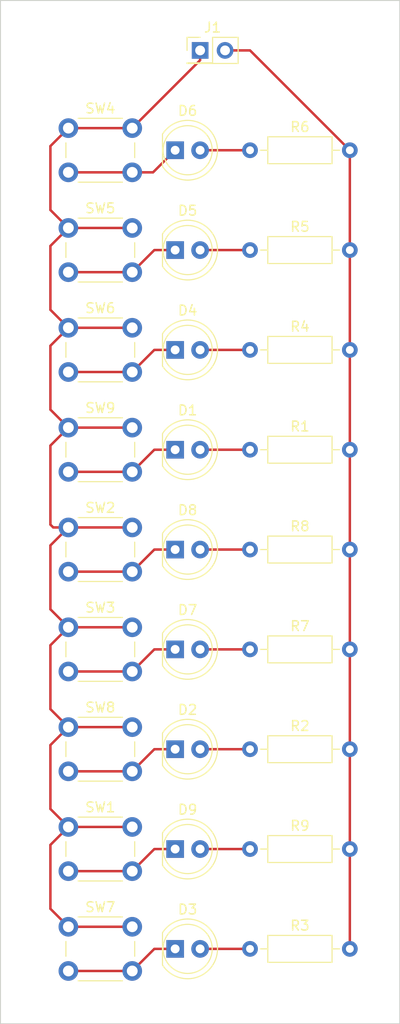
<source format=kicad_pcb>
(kicad_pcb (version 20221018) (generator pcbnew)
  (layers (0 "F.Cu" signal) (31 "B.Cu" signal) (34 "B.Paste" user) (35 "F.Paste" user) (36 "B.SilkS" user "B.Silkscreen") (37 "F.SilkS" user "F.Silkscreen") (38 "B.Mask" user) (39 "F.Mask" user) (44 "Edge.Cuts" user))
  (net 0 "")
  (net 1 "Net-(D1-K)")
  (net 2 "Net-(D1-A)")
  (net 3 "Net-(D2-K)")
  (net 4 "Net-(D2-A)")
  (net 5 "Net-(D3-K)")
  (net 6 "Net-(D3-A)")
  (net 7 "Net-(D4-K)")
  (net 8 "Net-(D4-A)")
  (net 9 "Net-(D5-K)")
  (net 10 "Net-(D5-A)")
  (net 11 "Net-(D6-K)")
  (net 12 "Net-(D6-A)")
  (net 13 "Net-(D7-K)")
  (net 14 "Net-(D7-A)")
  (net 15 "Net-(D8-K)")
  (net 16 "Net-(D8-A)")
  (net 17 "Net-(D9-K)")
  (net 18 "Net-(D9-A)")
  (net 19 "Net-(J1-Pin_1)")
  (net 20 "Net-(J1-Pin_2)")
  (footprint "Button_Switch_THT:SW_PUSH_6mm" (layer "F.Cu") (at 161.85 35.85)
    (fp_text reference "SW4" (at 3.25 -2) (layer "F.SilkS"))
    (fp_text value "SW_Push")
    (fp_line (start -0.25 1.5) (end -0.25 3) (stroke (width 0.12)) (layer "F.SilkS"))
    (fp_line (start 1 5.5) (end 5.5 5.5) (stroke (width 0.12)) (layer "F.SilkS"))
    (fp_line (start 5.5 -1) (end 1 -1) (stroke (width 0.12)) (layer "F.SilkS"))
    (fp_line (start 6.75 3) (end 6.75 1.5) (stroke (width 0.12)) (layer "F.SilkS"))
    (pad "1" thru_hole circle (at 0 0 90) (size 2 2) (drill 1.1) (layers "*.Cu" "*.Mask") (net 19 "Net-(J1-Pin_1)"))
    (pad "1" thru_hole circle (at 6.5 0 90) (size 2 2) (drill 1.1) (layers "*.Cu" "*.Mask") (net 19 "Net-(J1-Pin_1)"))
    (pad "2" thru_hole circle (at 0 4.5 90) (size 2 2) (drill 1.1) (layers "*.Cu" "*.Mask") (net 11 "Net-(D6-K)"))
    (pad "2" thru_hole circle (at 6.5 4.5 90) (size 2 2) (drill 1.1) (layers "*.Cu" "*.Mask") (net 11 "Net-(D6-K)"))
  )
  (footprint "Button_Switch_THT:SW_PUSH_6mm" (layer "F.Cu") (at 161.85 46.01)
    (fp_text reference "SW5" (at 3.25 -2) (layer "F.SilkS"))
    (fp_text value "SW_Push")
    (fp_line (start -0.25 1.5) (end -0.25 3) (stroke (width 0.12)) (layer "F.SilkS"))
    (fp_line (start 1 5.5) (end 5.5 5.5) (stroke (width 0.12)) (layer "F.SilkS"))
    (fp_line (start 5.5 -1) (end 1 -1) (stroke (width 0.12)) (layer "F.SilkS"))
    (fp_line (start 6.75 3) (end 6.75 1.5) (stroke (width 0.12)) (layer "F.SilkS"))
    (pad "1" thru_hole circle (at 0 0 90) (size 2 2) (drill 1.1) (layers "*.Cu" "*.Mask") (net 19 "Net-(J1-Pin_1)"))
    (pad "1" thru_hole circle (at 6.5 0 90) (size 2 2) (drill 1.1) (layers "*.Cu" "*.Mask") (net 19 "Net-(J1-Pin_1)"))
    (pad "2" thru_hole circle (at 0 4.5 90) (size 2 2) (drill 1.1) (layers "*.Cu" "*.Mask") (net 9 "Net-(D5-K)"))
    (pad "2" thru_hole circle (at 6.5 4.5 90) (size 2 2) (drill 1.1) (layers "*.Cu" "*.Mask") (net 9 "Net-(D5-K)"))
  )
  (footprint "Resistor_THT:R_Axial_DIN0207_L6.3mm_D2.5mm_P10.16mm_Horizontal" (layer "F.Cu") (at 180.34 88.9)
    (fp_text reference "R7" (at 5.08 -2.37) (layer "F.SilkS"))
    (fp_text value "R")
    (fp_line (start 1.04 0) (end 1.81 0) (stroke (width 0.12)) (layer "F.SilkS"))
    (fp_line (start 1.81 -1.37) (end 1.81 1.37) (stroke (width 0.12)) (layer "F.SilkS"))
    (fp_line (start 1.81 1.37) (end 8.35 1.37) (stroke (width 0.12)) (layer "F.SilkS"))
    (fp_line (start 8.35 -1.37) (end 1.81 -1.37) (stroke (width 0.12)) (layer "F.SilkS"))
    (fp_line (start 8.35 1.37) (end 8.35 -1.37) (stroke (width 0.12)) (layer "F.SilkS"))
    (fp_line (start 9.12 0) (end 8.35 0) (stroke (width 0.12)) (layer "F.SilkS"))
    (pad "1" thru_hole circle (at 0 0) (size 1.6 1.6) (drill 0.8) (layers "*.Cu" "*.Mask") (net 14 "Net-(D7-A)"))
    (pad "2" thru_hole oval (at 10.16 0) (size 1.6 1.6) (drill 0.8) (layers "*.Cu" "*.Mask") (net 20 "Net-(J1-Pin_2)"))
  )
  (footprint "LED_THT:LED_D5.0mm_FlatTop" (layer "F.Cu") (at 172.72 48.26)
    (fp_text reference "D5" (at 1.27 -4.01) (layer "F.SilkS"))
    (fp_text value "LED")
    (fp_line (start -1.29 -1.64) (end -1.29 1.64) (stroke (width 0.12)) (layer "F.SilkS"))
    (fp_arc (start -1.29 -1.639512) (mid 2.125106 -2.917258) (end 4.309999 0.001958) (stroke (width 0.12)) (layer "F.SilkS"))
    (fp_arc (start 4.309999 -0.001958) (mid 2.125106 2.917258) (end -1.29 1.639512) (stroke (width 0.12)) (layer "F.SilkS"))
    (fp_circle (center 1.27 0) (end 3.77 0) (stroke (width 0.12)) (fill none) (layer "F.SilkS"))
    (pad "1" thru_hole rect (at 0 0) (size 1.8 1.8) (drill 0.9) (layers "*.Cu" "*.Mask") (net 9 "Net-(D5-K)"))
    (pad "2" thru_hole circle (at 2.54 0) (size 1.8 1.8) (drill 0.9) (layers "*.Cu" "*.Mask") (net 10 "Net-(D5-A)"))
  )
  (footprint "Resistor_THT:R_Axial_DIN0207_L6.3mm_D2.5mm_P10.16mm_Horizontal" (layer "F.Cu") (at 180.34 99.06)
    (fp_text reference "R2" (at 5.08 -2.37) (layer "F.SilkS"))
    (fp_text value "R")
    (fp_line (start 1.04 0) (end 1.81 0) (stroke (width 0.12)) (layer "F.SilkS"))
    (fp_line (start 1.81 -1.37) (end 1.81 1.37) (stroke (width 0.12)) (layer "F.SilkS"))
    (fp_line (start 1.81 1.37) (end 8.35 1.37) (stroke (width 0.12)) (layer "F.SilkS"))
    (fp_line (start 8.35 -1.37) (end 1.81 -1.37) (stroke (width 0.12)) (layer "F.SilkS"))
    (fp_line (start 8.35 1.37) (end 8.35 -1.37) (stroke (width 0.12)) (layer "F.SilkS"))
    (fp_line (start 9.12 0) (end 8.35 0) (stroke (width 0.12)) (layer "F.SilkS"))
    (pad "1" thru_hole circle (at 0 0) (size 1.6 1.6) (drill 0.8) (layers "*.Cu" "*.Mask") (net 4 "Net-(D2-A)"))
    (pad "2" thru_hole oval (at 10.16 0) (size 1.6 1.6) (drill 0.8) (layers "*.Cu" "*.Mask") (net 20 "Net-(J1-Pin_2)"))
  )
  (footprint "Resistor_THT:R_Axial_DIN0207_L6.3mm_D2.5mm_P10.16mm_Horizontal" (layer "F.Cu") (at 180.34 119.38)
    (fp_text reference "R3" (at 5.08 -2.37) (layer "F.SilkS"))
    (fp_text value "R")
    (fp_line (start 1.04 0) (end 1.81 0) (stroke (width 0.12)) (layer "F.SilkS"))
    (fp_line (start 1.81 -1.37) (end 1.81 1.37) (stroke (width 0.12)) (layer "F.SilkS"))
    (fp_line (start 1.81 1.37) (end 8.35 1.37) (stroke (width 0.12)) (layer "F.SilkS"))
    (fp_line (start 8.35 -1.37) (end 1.81 -1.37) (stroke (width 0.12)) (layer "F.SilkS"))
    (fp_line (start 8.35 1.37) (end 8.35 -1.37) (stroke (width 0.12)) (layer "F.SilkS"))
    (fp_line (start 9.12 0) (end 8.35 0) (stroke (width 0.12)) (layer "F.SilkS"))
    (pad "1" thru_hole circle (at 0 0) (size 1.6 1.6) (drill 0.8) (layers "*.Cu" "*.Mask") (net 6 "Net-(D3-A)"))
    (pad "2" thru_hole oval (at 10.16 0) (size 1.6 1.6) (drill 0.8) (layers "*.Cu" "*.Mask") (net 20 "Net-(J1-Pin_2)"))
  )
  (footprint "LED_THT:LED_D5.0mm_FlatTop" (layer "F.Cu") (at 172.72 68.58)
    (fp_text reference "D1" (at 1.27 -4.01) (layer "F.SilkS"))
    (fp_text value "LED")
    (fp_line (start -1.29 -1.64) (end -1.29 1.64) (stroke (width 0.12)) (layer "F.SilkS"))
    (fp_arc (start -1.29 -1.639512) (mid 2.125106 -2.917258) (end 4.309999 0.001958) (stroke (width 0.12)) (layer "F.SilkS"))
    (fp_arc (start 4.309999 -0.001958) (mid 2.125106 2.917258) (end -1.29 1.639512) (stroke (width 0.12)) (layer "F.SilkS"))
    (fp_circle (center 1.27 0) (end 3.77 0) (stroke (width 0.12)) (fill none) (layer "F.SilkS"))
    (pad "1" thru_hole rect (at 0 0) (size 1.8 1.8) (drill 0.9) (layers "*.Cu" "*.Mask") (net 1 "Net-(D1-K)"))
    (pad "2" thru_hole circle (at 2.54 0) (size 1.8 1.8) (drill 0.9) (layers "*.Cu" "*.Mask") (net 2 "Net-(D1-A)"))
  )
  (footprint "LED_THT:LED_D5.0mm_FlatTop" (layer "F.Cu") (at 172.72 109.22)
    (fp_text reference "D9" (at 1.27 -4.01) (layer "F.SilkS"))
    (fp_text value "LED")
    (fp_line (start -1.29 -1.64) (end -1.29 1.64) (stroke (width 0.12)) (layer "F.SilkS"))
    (fp_arc (start -1.29 -1.639512) (mid 2.125106 -2.917258) (end 4.309999 0.001958) (stroke (width 0.12)) (layer "F.SilkS"))
    (fp_arc (start 4.309999 -0.001958) (mid 2.125106 2.917258) (end -1.29 1.639512) (stroke (width 0.12)) (layer "F.SilkS"))
    (fp_circle (center 1.27 0) (end 3.77 0) (stroke (width 0.12)) (fill none) (layer "F.SilkS"))
    (pad "1" thru_hole rect (at 0 0) (size 1.8 1.8) (drill 0.9) (layers "*.Cu" "*.Mask") (net 17 "Net-(D9-K)"))
    (pad "2" thru_hole circle (at 2.54 0) (size 1.8 1.8) (drill 0.9) (layers "*.Cu" "*.Mask") (net 18 "Net-(D9-A)"))
  )
  (footprint "Connector_PinHeader_2.54mm:PinHeader_2x01_P2.54mm_Vertical" (layer "F.Cu") (at 175.26 27.94)
    (fp_text reference "J1" (at 1.27 -2.33) (layer "F.SilkS"))
    (fp_text value "Conn_01x02_Pin")
    (fp_line (start -1.33 -1.33) (end 0 -1.33) (stroke (width 0.12)) (layer "F.SilkS"))
    (fp_line (start -1.33 0) (end -1.33 -1.33) (stroke (width 0.12)) (layer "F.SilkS"))
    (fp_line (start -1.33 1.27) (end -1.33 1.33) (stroke (width 0.12)) (layer "F.SilkS"))
    (fp_line (start -1.33 1.27) (end 1.27 1.27) (stroke (width 0.12)) (layer "F.SilkS"))
    (fp_line (start -1.33 1.33) (end 3.87 1.33) (stroke (width 0.12)) (layer "F.SilkS"))
    (fp_line (start 1.27 -1.33) (end 3.87 -1.33) (stroke (width 0.12)) (layer "F.SilkS"))
    (fp_line (start 1.27 1.27) (end 1.27 -1.33) (stroke (width 0.12)) (layer "F.SilkS"))
    (fp_line (start 3.87 -1.33) (end 3.87 1.33) (stroke (width 0.12)) (layer "F.SilkS"))
    (pad "1" thru_hole rect (at 0 0) (size 1.7 1.7) (drill 1) (layers "*.Cu" "*.Mask") (net 19 "Net-(J1-Pin_1)"))
    (pad "2" thru_hole oval (at 2.54 0) (size 1.7 1.7) (drill 1) (layers "*.Cu" "*.Mask") (net 20 "Net-(J1-Pin_2)"))
  )
  (footprint "Resistor_THT:R_Axial_DIN0207_L6.3mm_D2.5mm_P10.16mm_Horizontal" (layer "F.Cu") (at 180.34 78.74)
    (fp_text reference "R8" (at 5.08 -2.37) (layer "F.SilkS"))
    (fp_text value "R")
    (fp_line (start 1.04 0) (end 1.81 0) (stroke (width 0.12)) (layer "F.SilkS"))
    (fp_line (start 1.81 -1.37) (end 1.81 1.37) (stroke (width 0.12)) (layer "F.SilkS"))
    (fp_line (start 1.81 1.37) (end 8.35 1.37) (stroke (width 0.12)) (layer "F.SilkS"))
    (fp_line (start 8.35 -1.37) (end 1.81 -1.37) (stroke (width 0.12)) (layer "F.SilkS"))
    (fp_line (start 8.35 1.37) (end 8.35 -1.37) (stroke (width 0.12)) (layer "F.SilkS"))
    (fp_line (start 9.12 0) (end 8.35 0) (stroke (width 0.12)) (layer "F.SilkS"))
    (pad "1" thru_hole circle (at 0 0) (size 1.6 1.6) (drill 0.8) (layers "*.Cu" "*.Mask") (net 16 "Net-(D8-A)"))
    (pad "2" thru_hole oval (at 10.16 0) (size 1.6 1.6) (drill 0.8) (layers "*.Cu" "*.Mask") (net 20 "Net-(J1-Pin_2)"))
  )
  (footprint "Button_Switch_THT:SW_PUSH_6mm" (layer "F.Cu") (at 161.85 66.33)
    (fp_text reference "SW9" (at 3.25 -2) (layer "F.SilkS"))
    (fp_text value "SW_Push")
    (fp_line (start -0.25 1.5) (end -0.25 3) (stroke (width 0.12)) (layer "F.SilkS"))
    (fp_line (start 1 5.5) (end 5.5 5.5) (stroke (width 0.12)) (layer "F.SilkS"))
    (fp_line (start 5.5 -1) (end 1 -1) (stroke (width 0.12)) (layer "F.SilkS"))
    (fp_line (start 6.75 3) (end 6.75 1.5) (stroke (width 0.12)) (layer "F.SilkS"))
    (pad "1" thru_hole circle (at 0 0 90) (size 2 2) (drill 1.1) (layers "*.Cu" "*.Mask") (net 19 "Net-(J1-Pin_1)"))
    (pad "1" thru_hole circle (at 6.5 0 90) (size 2 2) (drill 1.1) (layers "*.Cu" "*.Mask") (net 19 "Net-(J1-Pin_1)"))
    (pad "2" thru_hole circle (at 0 4.5 90) (size 2 2) (drill 1.1) (layers "*.Cu" "*.Mask") (net 1 "Net-(D1-K)"))
    (pad "2" thru_hole circle (at 6.5 4.5 90) (size 2 2) (drill 1.1) (layers "*.Cu" "*.Mask") (net 1 "Net-(D1-K)"))
  )
  (footprint "LED_THT:LED_D5.0mm_FlatTop" (layer "F.Cu") (at 172.72 88.9)
    (fp_text reference "D7" (at 1.27 -4.01) (layer "F.SilkS"))
    (fp_text value "LED")
    (fp_line (start -1.29 -1.64) (end -1.29 1.64) (stroke (width 0.12)) (layer "F.SilkS"))
    (fp_arc (start -1.29 -1.639512) (mid 2.125106 -2.917258) (end 4.309999 0.001958) (stroke (width 0.12)) (layer "F.SilkS"))
    (fp_arc (start 4.309999 -0.001958) (mid 2.125106 2.917258) (end -1.29 1.639512) (stroke (width 0.12)) (layer "F.SilkS"))
    (fp_circle (center 1.27 0) (end 3.77 0) (stroke (width 0.12)) (fill none) (layer "F.SilkS"))
    (pad "1" thru_hole rect (at 0 0) (size 1.8 1.8) (drill 0.9) (layers "*.Cu" "*.Mask") (net 13 "Net-(D7-K)"))
    (pad "2" thru_hole circle (at 2.54 0) (size 1.8 1.8) (drill 0.9) (layers "*.Cu" "*.Mask") (net 14 "Net-(D7-A)"))
  )
  (footprint "LED_THT:LED_D5.0mm_FlatTop" (layer "F.Cu") (at 172.72 38.1)
    (fp_text reference "D6" (at 1.27 -4.01) (layer "F.SilkS"))
    (fp_text value "LED")
    (fp_line (start -1.29 -1.64) (end -1.29 1.64) (stroke (width 0.12)) (layer "F.SilkS"))
    (fp_arc (start -1.29 -1.639512) (mid 2.125106 -2.917258) (end 4.309999 0.001958) (stroke (width 0.12)) (layer "F.SilkS"))
    (fp_arc (start 4.309999 -0.001958) (mid 2.125106 2.917258) (end -1.29 1.639512) (stroke (width 0.12)) (layer "F.SilkS"))
    (fp_circle (center 1.27 0) (end 3.77 0) (stroke (width 0.12)) (fill none) (layer "F.SilkS"))
    (pad "1" thru_hole rect (at 0 0) (size 1.8 1.8) (drill 0.9) (layers "*.Cu" "*.Mask") (net 11 "Net-(D6-K)"))
    (pad "2" thru_hole circle (at 2.54 0) (size 1.8 1.8) (drill 0.9) (layers "*.Cu" "*.Mask") (net 12 "Net-(D6-A)"))
  )
  (footprint "LED_THT:LED_D5.0mm_FlatTop" (layer "F.Cu") (at 172.72 78.74)
    (fp_text reference "D8" (at 1.27 -4.01) (layer "F.SilkS"))
    (fp_text value "LED")
    (fp_line (start -1.29 -1.64) (end -1.29 1.64) (stroke (width 0.12)) (layer "F.SilkS"))
    (fp_arc (start -1.29 -1.639512) (mid 2.125106 -2.917258) (end 4.309999 0.001958) (stroke (width 0.12)) (layer "F.SilkS"))
    (fp_arc (start 4.309999 -0.001958) (mid 2.125106 2.917258) (end -1.29 1.639512) (stroke (width 0.12)) (layer "F.SilkS"))
    (fp_circle (center 1.27 0) (end 3.77 0) (stroke (width 0.12)) (fill none) (layer "F.SilkS"))
    (pad "1" thru_hole rect (at 0 0) (size 1.8 1.8) (drill 0.9) (layers "*.Cu" "*.Mask") (net 15 "Net-(D8-K)"))
    (pad "2" thru_hole circle (at 2.54 0) (size 1.8 1.8) (drill 0.9) (layers "*.Cu" "*.Mask") (net 16 "Net-(D8-A)"))
  )
  (footprint "LED_THT:LED_D5.0mm_FlatTop" (layer "F.Cu") (at 172.72 119.38)
    (fp_text reference "D3" (at 1.27 -4.01) (layer "F.SilkS"))
    (fp_text value "LED")
    (fp_line (start -1.29 -1.64) (end -1.29 1.64) (stroke (width 0.12)) (layer "F.SilkS"))
    (fp_arc (start -1.29 -1.639512) (mid 2.125106 -2.917258) (end 4.309999 0.001958) (stroke (width 0.12)) (layer "F.SilkS"))
    (fp_arc (start 4.309999 -0.001958) (mid 2.125106 2.917258) (end -1.29 1.639512) (stroke (width 0.12)) (layer "F.SilkS"))
    (fp_circle (center 1.27 0) (end 3.77 0) (stroke (width 0.12)) (fill none) (layer "F.SilkS"))
    (pad "1" thru_hole rect (at 0 0) (size 1.8 1.8) (drill 0.9) (layers "*.Cu" "*.Mask") (net 5 "Net-(D3-K)"))
    (pad "2" thru_hole circle (at 2.54 0) (size 1.8 1.8) (drill 0.9) (layers "*.Cu" "*.Mask") (net 6 "Net-(D3-A)"))
  )
  (footprint "Resistor_THT:R_Axial_DIN0207_L6.3mm_D2.5mm_P10.16mm_Horizontal" (layer "F.Cu") (at 180.34 109.22)
    (fp_text reference "R9" (at 5.08 -2.37) (layer "F.SilkS"))
    (fp_text value "R")
    (fp_line (start 1.04 0) (end 1.81 0) (stroke (width 0.12)) (layer "F.SilkS"))
    (fp_line (start 1.81 -1.37) (end 1.81 1.37) (stroke (width 0.12)) (layer "F.SilkS"))
    (fp_line (start 1.81 1.37) (end 8.35 1.37) (stroke (width 0.12)) (layer "F.SilkS"))
    (fp_line (start 8.35 -1.37) (end 1.81 -1.37) (stroke (width 0.12)) (layer "F.SilkS"))
    (fp_line (start 8.35 1.37) (end 8.35 -1.37) (stroke (width 0.12)) (layer "F.SilkS"))
    (fp_line (start 9.12 0) (end 8.35 0) (stroke (width 0.12)) (layer "F.SilkS"))
    (pad "1" thru_hole circle (at 0 0) (size 1.6 1.6) (drill 0.8) (layers "*.Cu" "*.Mask") (net 18 "Net-(D9-A)"))
    (pad "2" thru_hole oval (at 10.16 0) (size 1.6 1.6) (drill 0.8) (layers "*.Cu" "*.Mask") (net 20 "Net-(J1-Pin_2)"))
  )
  (footprint "Button_Switch_THT:SW_PUSH_6mm" (layer "F.Cu") (at 161.85 86.65)
    (fp_text reference "SW3" (at 3.25 -2) (layer "F.SilkS"))
    (fp_text value "SW_Push")
    (fp_line (start -0.25 1.5) (end -0.25 3) (stroke (width 0.12)) (layer "F.SilkS"))
    (fp_line (start 1 5.5) (end 5.5 5.5) (stroke (width 0.12)) (layer "F.SilkS"))
    (fp_line (start 5.5 -1) (end 1 -1) (stroke (width 0.12)) (layer "F.SilkS"))
    (fp_line (start 6.75 3) (end 6.75 1.5) (stroke (width 0.12)) (layer "F.SilkS"))
    (pad "1" thru_hole circle (at 0 0 90) (size 2 2) (drill 1.1) (layers "*.Cu" "*.Mask") (net 19 "Net-(J1-Pin_1)"))
    (pad "1" thru_hole circle (at 6.5 0 90) (size 2 2) (drill 1.1) (layers "*.Cu" "*.Mask") (net 19 "Net-(J1-Pin_1)"))
    (pad "2" thru_hole circle (at 0 4.5 90) (size 2 2) (drill 1.1) (layers "*.Cu" "*.Mask") (net 13 "Net-(D7-K)"))
    (pad "2" thru_hole circle (at 6.5 4.5 90) (size 2 2) (drill 1.1) (layers "*.Cu" "*.Mask") (net 13 "Net-(D7-K)"))
  )
  (footprint "Button_Switch_THT:SW_PUSH_6mm" (layer "F.Cu") (at 161.85 56.17)
    (fp_text reference "SW6" (at 3.25 -2) (layer "F.SilkS"))
    (fp_text value "SW_Push")
    (fp_line (start -0.25 1.5) (end -0.25 3) (stroke (width 0.12)) (layer "F.SilkS"))
    (fp_line (start 1 5.5) (end 5.5 5.5) (stroke (width 0.12)) (layer "F.SilkS"))
    (fp_line (start 5.5 -1) (end 1 -1) (stroke (width 0.12)) (layer "F.SilkS"))
    (fp_line (start 6.75 3) (end 6.75 1.5) (stroke (width 0.12)) (layer "F.SilkS"))
    (pad "1" thru_hole circle (at 0 0 90) (size 2 2) (drill 1.1) (layers "*.Cu" "*.Mask") (net 19 "Net-(J1-Pin_1)"))
    (pad "1" thru_hole circle (at 6.5 0 90) (size 2 2) (drill 1.1) (layers "*.Cu" "*.Mask") (net 19 "Net-(J1-Pin_1)"))
    (pad "2" thru_hole circle (at 0 4.5 90) (size 2 2) (drill 1.1) (layers "*.Cu" "*.Mask") (net 7 "Net-(D4-K)"))
    (pad "2" thru_hole circle (at 6.5 4.5 90) (size 2 2) (drill 1.1) (layers "*.Cu" "*.Mask") (net 7 "Net-(D4-K)"))
  )
  (footprint "Resistor_THT:R_Axial_DIN0207_L6.3mm_D2.5mm_P10.16mm_Horizontal" (layer "F.Cu") (at 180.34 38.1)
    (fp_text reference "R6" (at 5.08 -2.37) (layer "F.SilkS"))
    (fp_text value "R")
    (fp_line (start 1.04 0) (end 1.81 0) (stroke (width 0.12)) (layer "F.SilkS"))
    (fp_line (start 1.81 -1.37) (end 1.81 1.37) (stroke (width 0.12)) (layer "F.SilkS"))
    (fp_line (start 1.81 1.37) (end 8.35 1.37) (stroke (width 0.12)) (layer "F.SilkS"))
    (fp_line (start 8.35 -1.37) (end 1.81 -1.37) (stroke (width 0.12)) (layer "F.SilkS"))
    (fp_line (start 8.35 1.37) (end 8.35 -1.37) (stroke (width 0.12)) (layer "F.SilkS"))
    (fp_line (start 9.12 0) (end 8.35 0) (stroke (width 0.12)) (layer "F.SilkS"))
    (pad "1" thru_hole circle (at 0 0) (size 1.6 1.6) (drill 0.8) (layers "*.Cu" "*.Mask") (net 12 "Net-(D6-A)"))
    (pad "2" thru_hole oval (at 10.16 0) (size 1.6 1.6) (drill 0.8) (layers "*.Cu" "*.Mask") (net 20 "Net-(J1-Pin_2)"))
  )
  (footprint "Button_Switch_THT:SW_PUSH_6mm" (layer "F.Cu") (at 161.85 117.13)
    (fp_text reference "SW7" (at 3.25 -2) (layer "F.SilkS"))
    (fp_text value "SW_Push")
    (fp_line (start -0.25 1.5) (end -0.25 3) (stroke (width 0.12)) (layer "F.SilkS"))
    (fp_line (start 1 5.5) (end 5.5 5.5) (stroke (width 0.12)) (layer "F.SilkS"))
    (fp_line (start 5.5 -1) (end 1 -1) (stroke (width 0.12)) (layer "F.SilkS"))
    (fp_line (start 6.75 3) (end 6.75 1.5) (stroke (width 0.12)) (layer "F.SilkS"))
    (pad "1" thru_hole circle (at 0 0 90) (size 2 2) (drill 1.1) (layers "*.Cu" "*.Mask") (net 19 "Net-(J1-Pin_1)"))
    (pad "1" thru_hole circle (at 6.5 0 90) (size 2 2) (drill 1.1) (layers "*.Cu" "*.Mask") (net 19 "Net-(J1-Pin_1)"))
    (pad "2" thru_hole circle (at 0 4.5 90) (size 2 2) (drill 1.1) (layers "*.Cu" "*.Mask") (net 5 "Net-(D3-K)"))
    (pad "2" thru_hole circle (at 6.5 4.5 90) (size 2 2) (drill 1.1) (layers "*.Cu" "*.Mask") (net 5 "Net-(D3-K)"))
  )
  (footprint "LED_THT:LED_D5.0mm_FlatTop" (layer "F.Cu") (at 172.72 58.42)
    (fp_text reference "D4" (at 1.27 -4.01) (layer "F.SilkS"))
    (fp_text value "LED")
    (fp_line (start -1.29 -1.64) (end -1.29 1.64) (stroke (width 0.12)) (layer "F.SilkS"))
    (fp_arc (start -1.29 -1.639512) (mid 2.125106 -2.917258) (end 4.309999 0.001958) (stroke (width 0.12)) (layer "F.SilkS"))
    (fp_arc (start 4.309999 -0.001958) (mid 2.125106 2.917258) (end -1.29 1.639512) (stroke (width 0.12)) (layer "F.SilkS"))
    (fp_circle (center 1.27 0) (end 3.77 0) (stroke (width 0.12)) (fill none) (layer "F.SilkS"))
    (pad "1" thru_hole rect (at 0 0) (size 1.8 1.8) (drill 0.9) (layers "*.Cu" "*.Mask") (net 7 "Net-(D4-K)"))
    (pad "2" thru_hole circle (at 2.54 0) (size 1.8 1.8) (drill 0.9) (layers "*.Cu" "*.Mask") (net 8 "Net-(D4-A)"))
  )
  (footprint "Button_Switch_THT:SW_PUSH_6mm" (layer "F.Cu") (at 161.85 96.81)
    (fp_text reference "SW8" (at 3.25 -2) (layer "F.SilkS"))
    (fp_text value "SW_Push")
    (fp_line (start -0.25 1.5) (end -0.25 3) (stroke (width 0.12)) (layer "F.SilkS"))
    (fp_line (start 1 5.5) (end 5.5 5.5) (stroke (width 0.12)) (layer "F.SilkS"))
    (fp_line (start 5.5 -1) (end 1 -1) (stroke (width 0.12)) (layer "F.SilkS"))
    (fp_line (start 6.75 3) (end 6.75 1.5) (stroke (width 0.12)) (layer "F.SilkS"))
    (pad "1" thru_hole circle (at 0 0 90) (size 2 2) (drill 1.1) (layers "*.Cu" "*.Mask") (net 19 "Net-(J1-Pin_1)"))
    (pad "1" thru_hole circle (at 6.5 0 90) (size 2 2) (drill 1.1) (layers "*.Cu" "*.Mask") (net 19 "Net-(J1-Pin_1)"))
    (pad "2" thru_hole circle (at 0 4.5 90) (size 2 2) (drill 1.1) (layers "*.Cu" "*.Mask") (net 3 "Net-(D2-K)"))
    (pad "2" thru_hole circle (at 6.5 4.5 90) (size 2 2) (drill 1.1) (layers "*.Cu" "*.Mask") (net 3 "Net-(D2-K)"))
  )
  (footprint "Resistor_THT:R_Axial_DIN0207_L6.3mm_D2.5mm_P10.16mm_Horizontal" (layer "F.Cu") (at 180.34 48.26)
    (fp_text reference "R5" (at 5.08 -2.37) (layer "F.SilkS"))
    (fp_text value "R")
    (fp_line (start 1.04 0) (end 1.81 0) (stroke (width 0.12)) (layer "F.SilkS"))
    (fp_line (start 1.81 -1.37) (end 1.81 1.37) (stroke (width 0.12)) (layer "F.SilkS"))
    (fp_line (start 1.81 1.37) (end 8.35 1.37) (stroke (width 0.12)) (layer "F.SilkS"))
    (fp_line (start 8.35 -1.37) (end 1.81 -1.37) (stroke (width 0.12)) (layer "F.SilkS"))
    (fp_line (start 8.35 1.37) (end 8.35 -1.37) (stroke (width 0.12)) (layer "F.SilkS"))
    (fp_line (start 9.12 0) (end 8.35 0) (stroke (width 0.12)) (layer "F.SilkS"))
    (pad "1" thru_hole circle (at 0 0) (size 1.6 1.6) (drill 0.8) (layers "*.Cu" "*.Mask") (net 10 "Net-(D5-A)"))
    (pad "2" thru_hole oval (at 10.16 0) (size 1.6 1.6) (drill 0.8) (layers "*.Cu" "*.Mask") (net 20 "Net-(J1-Pin_2)"))
  )
  (footprint "LED_THT:LED_D5.0mm_FlatTop" (layer "F.Cu") (at 172.72 99.06)
    (fp_text reference "D2" (at 1.27 -4.01) (layer "F.SilkS"))
    (fp_text value "LED")
    (fp_line (start -1.29 -1.64) (end -1.29 1.64) (stroke (width 0.12)) (layer "F.SilkS"))
    (fp_arc (start -1.29 -1.639512) (mid 2.125106 -2.917258) (end 4.309999 0.001958) (stroke (width 0.12)) (layer "F.SilkS"))
    (fp_arc (start 4.309999 -0.001958) (mid 2.125106 2.917258) (end -1.29 1.639512) (stroke (width 0.12)) (layer "F.SilkS"))
    (fp_circle (center 1.27 0) (end 3.77 0) (stroke (width 0.12)) (fill none) (layer "F.SilkS"))
    (pad "1" thru_hole rect (at 0 0) (size 1.8 1.8) (drill 0.9) (layers "*.Cu" "*.Mask") (net 3 "Net-(D2-K)"))
    (pad "2" thru_hole circle (at 2.54 0) (size 1.8 1.8) (drill 0.9) (layers "*.Cu" "*.Mask") (net 4 "Net-(D2-A)"))
  )
  (footprint "Resistor_THT:R_Axial_DIN0207_L6.3mm_D2.5mm_P10.16mm_Horizontal" (layer "F.Cu") (at 180.34 58.42)
    (fp_text reference "R4" (at 5.08 -2.37) (layer "F.SilkS"))
    (fp_text value "R")
    (fp_line (start 1.04 0) (end 1.81 0) (stroke (width 0.12)) (layer "F.SilkS"))
    (fp_line (start 1.81 -1.37) (end 1.81 1.37) (stroke (width 0.12)) (layer "F.SilkS"))
    (fp_line (start 1.81 1.37) (end 8.35 1.37) (stroke (width 0.12)) (layer "F.SilkS"))
    (fp_line (start 8.35 -1.37) (end 1.81 -1.37) (stroke (width 0.12)) (layer "F.SilkS"))
    (fp_line (start 8.35 1.37) (end 8.35 -1.37) (stroke (width 0.12)) (layer "F.SilkS"))
    (fp_line (start 9.12 0) (end 8.35 0) (stroke (width 0.12)) (layer "F.SilkS"))
    (pad "1" thru_hole circle (at 0 0) (size 1.6 1.6) (drill 0.8) (layers "*.Cu" "*.Mask") (net 8 "Net-(D4-A)"))
    (pad "2" thru_hole oval (at 10.16 0) (size 1.6 1.6) (drill 0.8) (layers "*.Cu" "*.Mask") (net 20 "Net-(J1-Pin_2)"))
  )
  (footprint "Button_Switch_THT:SW_PUSH_6mm" (layer "F.Cu") (at 161.85 106.97)
    (fp_text reference "SW1" (at 3.25 -2) (layer "F.SilkS"))
    (fp_text value "SW_Push")
    (fp_line (start -0.25 1.5) (end -0.25 3) (stroke (width 0.12)) (layer "F.SilkS"))
    (fp_line (start 1 5.5) (end 5.5 5.5) (stroke (width 0.12)) (layer "F.SilkS"))
    (fp_line (start 5.5 -1) (end 1 -1) (stroke (width 0.12)) (layer "F.SilkS"))
    (fp_line (start 6.75 3) (end 6.75 1.5) (stroke (width 0.12)) (layer "F.SilkS"))
    (pad "1" thru_hole circle (at 0 0 90) (size 2 2) (drill 1.1) (layers "*.Cu" "*.Mask") (net 19 "Net-(J1-Pin_1)"))
    (pad "1" thru_hole circle (at 6.5 0 90) (size 2 2) (drill 1.1) (layers "*.Cu" "*.Mask") (net 19 "Net-(J1-Pin_1)"))
    (pad "2" thru_hole circle (at 0 4.5 90) (size 2 2) (drill 1.1) (layers "*.Cu" "*.Mask") (net 17 "Net-(D9-K)"))
    (pad "2" thru_hole circle (at 6.5 4.5 90) (size 2 2) (drill 1.1) (layers "*.Cu" "*.Mask") (net 17 "Net-(D9-K)"))
  )
  (footprint "Button_Switch_THT:SW_PUSH_6mm" (layer "F.Cu") (at 161.85 76.49)
    (fp_text reference "SW2" (at 3.25 -2) (layer "F.SilkS"))
    (fp_text value "SW_Push")
    (fp_line (start -0.25 1.5) (end -0.25 3) (stroke (width 0.12)) (layer "F.SilkS"))
    (fp_line (start 1 5.5) (end 5.5 5.5) (stroke (width 0.12)) (layer "F.SilkS"))
    (fp_line (start 5.5 -1) (end 1 -1) (stroke (width 0.12)) (layer "F.SilkS"))
    (fp_line (start 6.75 3) (end 6.75 1.5) (stroke (width 0.12)) (layer "F.SilkS"))
    (pad "1" thru_hole circle (at 0 0 90) (size 2 2) (drill 1.1) (layers "*.Cu" "*.Mask") (net 19 "Net-(J1-Pin_1)"))
    (pad "1" thru_hole circle (at 6.5 0 90) (size 2 2) (drill 1.1) (layers "*.Cu" "*.Mask") (net 19 "Net-(J1-Pin_1)"))
    (pad "2" thru_hole circle (at 0 4.5 90) (size 2 2) (drill 1.1) (layers "*.Cu" "*.Mask") (net 15 "Net-(D8-K)"))
    (pad "2" thru_hole circle (at 6.5 4.5 90) (size 2 2) (drill 1.1) (layers "*.Cu" "*.Mask") (net 15 "Net-(D8-K)"))
  )
  (footprint "Resistor_THT:R_Axial_DIN0207_L6.3mm_D2.5mm_P10.16mm_Horizontal" (layer "F.Cu") (at 180.34 68.58)
    (fp_text reference "R1" (at 5.08 -2.37) (layer "F.SilkS"))
    (fp_text value "R")
    (fp_line (start 1.04 0) (end 1.81 0) (stroke (width 0.12)) (layer "F.SilkS"))
    (fp_line (start 1.81 -1.37) (end 1.81 1.37) (stroke (width 0.12)) (layer "F.SilkS"))
    (fp_line (start 1.81 1.37) (end 8.35 1.37) (stroke (width 0.12)) (layer "F.SilkS"))
    (fp_line (start 8.35 -1.37) (end 1.81 -1.37) (stroke (width 0.12)) (layer "F.SilkS"))
    (fp_line (start 8.35 1.37) (end 8.35 -1.37) (stroke (width 0.12)) (layer "F.SilkS"))
    (fp_line (start 9.12 0) (end 8.35 0) (stroke (width 0.12)) (layer "F.SilkS"))
    (pad "1" thru_hole circle (at 0 0) (size 1.6 1.6) (drill 0.8) (layers "*.Cu" "*.Mask") (net 2 "Net-(D1-A)"))
    (pad "2" thru_hole oval (at 10.16 0) (size 1.6 1.6) (drill 0.8) (layers "*.Cu" "*.Mask") (net 20 "Net-(J1-Pin_2)"))
  )
  (gr_rect (start 154.94 22.86) (end 195.58 127) (stroke (width 0.1)) (fill none) (layer "Edge.Cuts"))
  (segment (start 168.35 70.83) (end 161.85 70.83) (width 0.25) (layer "F.Cu") (net 1))
  (segment (start 172.72 68.58) (end 170.6 68.58) (width 0.25) (layer "F.Cu") (net 1))
  (segment (start 170.6 68.58) (end 168.35 70.83) (width 0.25) (layer "F.Cu") (net 1))
  (segment (start 180.34 68.58) (end 175.26 68.58) (width 0.25) (layer "F.Cu") (net 2))
  (segment (start 172.72 99.06) (end 170.6 99.06) (width 0.25) (layer "F.Cu") (net 3))
  (segment (start 168.35 101.31) (end 161.85 101.31) (width 0.25) (layer "F.Cu") (net 3))
  (segment (start 170.6 99.06) (end 168.35 101.31) (width 0.25) (layer "F.Cu") (net 3))
  (segment (start 175.26 99.06) (end 180.34 99.06) (width 0.25) (layer "F.Cu") (net 4))
  (segment (start 168.35 121.63) (end 161.85 121.63) (width 0.25) (layer "F.Cu") (net 5))
  (segment (start 170.6 119.38) (end 168.35 121.63) (width 0.25) (layer "F.Cu") (net 5))
  (segment (start 172.72 119.38) (end 170.6 119.38) (width 0.25) (layer "F.Cu") (net 5))
  (segment (start 175.26 119.38) (end 180.34 119.38) (width 0.25) (layer "F.Cu") (net 6))
  (segment (start 172.72 58.42) (end 170.6 58.42) (width 0.25) (layer "F.Cu") (net 7))
  (segment (start 170.6 58.42) (end 168.35 60.67) (width 0.25) (layer "F.Cu") (net 7))
  (segment (start 168.35 60.67) (end 161.85 60.67) (width 0.25) (layer "F.Cu") (net 7))
  (segment (start 175.26 58.42) (end 180.34 58.42) (width 0.25) (layer "F.Cu") (net 8))
  (segment (start 168.35 50.51) (end 161.85 50.51) (width 0.25) (layer "F.Cu") (net 9))
  (segment (start 170.6 48.26) (end 168.35 50.51) (width 0.25) (layer "F.Cu") (net 9))
  (segment (start 172.72 48.26) (end 170.6 48.26) (width 0.25) (layer "F.Cu") (net 9))
  (segment (start 180.34 48.26) (end 175.26 48.26) (width 0.25) (layer "F.Cu") (net 10))
  (segment (start 170.47 40.35) (end 172.72 38.1) (width 0.25) (layer "F.Cu") (net 11))
  (segment (start 168.35 40.35) (end 170.47 40.35) (width 0.25) (layer "F.Cu") (net 11))
  (segment (start 168.35 40.35) (end 161.85 40.35) (width 0.25) (layer "F.Cu") (net 11))
  (segment (start 175.26 38.1) (end 180.34 38.1) (width 0.25) (layer "F.Cu") (net 12))
  (segment (start 170.6 88.9) (end 168.35 91.15) (width 0.25) (layer "F.Cu") (net 13))
  (segment (start 168.35 91.15) (end 161.85 91.15) (width 0.25) (layer "F.Cu") (net 13))
  (segment (start 172.72 88.9) (end 170.6 88.9) (width 0.25) (layer "F.Cu") (net 13))
  (segment (start 180.34 88.9) (end 175.26 88.9) (width 0.25) (layer "F.Cu") (net 14))
  (segment (start 172.72 78.74) (end 170.6 78.74) (width 0.25) (layer "F.Cu") (net 15))
  (segment (start 170.6 78.74) (end 168.35 80.99) (width 0.25) (layer "F.Cu") (net 15))
  (segment (start 168.35 80.99) (end 161.85 80.99) (width 0.25) (layer "F.Cu") (net 15))
  (segment (start 175.26 78.74) (end 180.34 78.74) (width 0.25) (layer "F.Cu") (net 16))
  (segment (start 172.72 109.22) (end 170.6 109.22) (width 0.25) (layer "F.Cu") (net 17))
  (segment (start 170.6 109.22) (end 168.35 111.47) (width 0.25) (layer "F.Cu") (net 17))
  (segment (start 168.35 111.47) (end 161.85 111.47) (width 0.25) (layer "F.Cu") (net 17))
  (segment (start 180.34 109.22) (end 175.26 109.22) (width 0.25) (layer "F.Cu") (net 18))
  (segment (start 161.85 66.33) (end 168.35 66.33) (width 0.25) (layer "F.Cu") (net 19))
  (segment (start 160.02 108.8) (end 160.02 115.3) (width 0.25) (layer "F.Cu") (net 19))
  (segment (start 160.02 84.82) (end 161.85 86.65) (width 0.25) (layer "F.Cu") (net 19))
  (segment (start 161.85 35.85) (end 160.02 37.68) (width 0.25) (layer "F.Cu") (net 19))
  (segment (start 168.35 46.01) (end 161.85 46.01) (width 0.25) (layer "F.Cu") (net 19))
  (segment (start 160.02 115.3) (end 161.85 117.13) (width 0.25) (layer "F.Cu") (net 19))
  (segment (start 160.02 58) (end 160.02 64.5) (width 0.25) (layer "F.Cu") (net 19))
  (segment (start 161.85 86.65) (end 160.02 88.48) (width 0.25) (layer "F.Cu") (net 19))
  (segment (start 175.26 27.94) (end 175.26 28.94) (width 0.25) (layer "F.Cu") (net 19))
  (segment (start 160.02 68.16) (end 160.02 76.2) (width 0.25) (layer "F.Cu") (net 19))
  (segment (start 168.35 96.81) (end 161.85 96.81) (width 0.25) (layer "F.Cu") (net 19))
  (segment (start 160.02 78.32) (end 160.02 84.82) (width 0.25) (layer "F.Cu") (net 19))
  (segment (start 168.35 106.97) (end 161.85 106.97) (width 0.25) (layer "F.Cu") (net 19))
  (segment (start 160.02 105.14) (end 161.85 106.97) (width 0.25) (layer "F.Cu") (net 19))
  (segment (start 168.35 117.13) (end 161.85 117.13) (width 0.25) (layer "F.Cu") (net 19))
  (segment (start 160.02 44.18) (end 161.85 46.01) (width 0.25) (layer "F.Cu") (net 19))
  (segment (start 160.02 98.64) (end 160.02 105.14) (width 0.25) (layer "F.Cu") (net 19))
  (segment (start 160.02 64.5) (end 161.85 66.33) (width 0.25) (layer "F.Cu") (net 19))
  (segment (start 161.85 86.65) (end 168.35 86.65) (width 0.25) (layer "F.Cu") (net 19))
  (segment (start 161.85 66.33) (end 160.02 68.16) (width 0.25) (layer "F.Cu") (net 19))
  (segment (start 160.02 76.2) (end 160.31 76.49) (width 0.25) (layer "F.Cu") (net 19))
  (segment (start 160.02 88.48) (end 160.02 94.98) (width 0.25) (layer "F.Cu") (net 19))
  (segment (start 160.02 54.34) (end 161.85 56.17) (width 0.25) (layer "F.Cu") (net 19))
  (segment (start 161.85 96.81) (end 160.02 98.64) (width 0.25) (layer "F.Cu") (net 19))
  (segment (start 161.85 46.01) (end 160.02 47.84) (width 0.25) (layer "F.Cu") (net 19))
  (segment (start 161.85 76.49) (end 168.35 76.49) (width 0.25) (layer "F.Cu") (net 19))
  (segment (start 160.02 94.98) (end 161.85 96.81) (width 0.25) (layer "F.Cu") (net 19))
  (segment (start 161.85 106.97) (end 160.02 108.8) (width 0.25) (layer "F.Cu") (net 19))
  (segment (start 160.02 47.84) (end 160.02 54.34) (width 0.25) (layer "F.Cu") (net 19))
  (segment (start 160.02 37.68) (end 160.02 44.18) (width 0.25) (layer "F.Cu") (net 19))
  (segment (start 175.26 28.94) (end 168.35 35.85) (width 0.25) (layer "F.Cu") (net 19))
  (segment (start 161.85 56.17) (end 160.02 58) (width 0.25) (layer "F.Cu") (net 19))
  (segment (start 161.85 56.17) (end 168.35 56.17) (width 0.25) (layer "F.Cu") (net 19))
  (segment (start 168.35 35.85) (end 161.85 35.85) (width 0.25) (layer "F.Cu") (net 19))
  (segment (start 160.31 76.49) (end 161.85 76.49) (width 0.25) (layer "F.Cu") (net 19))
  (segment (start 161.85 76.49) (end 160.02 78.32) (width 0.25) (layer "F.Cu") (net 19))
  (segment (start 180.34 27.94) (end 190.5 38.1) (width 0.25) (layer "F.Cu") (net 20))
  (segment (start 190.5 48.26) (end 190.5 119.38) (width 0.25) (layer "F.Cu") (net 20))
  (segment (start 190.5 38.1) (end 190.5 48.26) (width 0.25) (layer "F.Cu") (net 20))
  (segment (start 177.8 27.94) (end 180.34 27.94) (width 0.25) (layer "F.Cu") (net 20))
)
</source>
